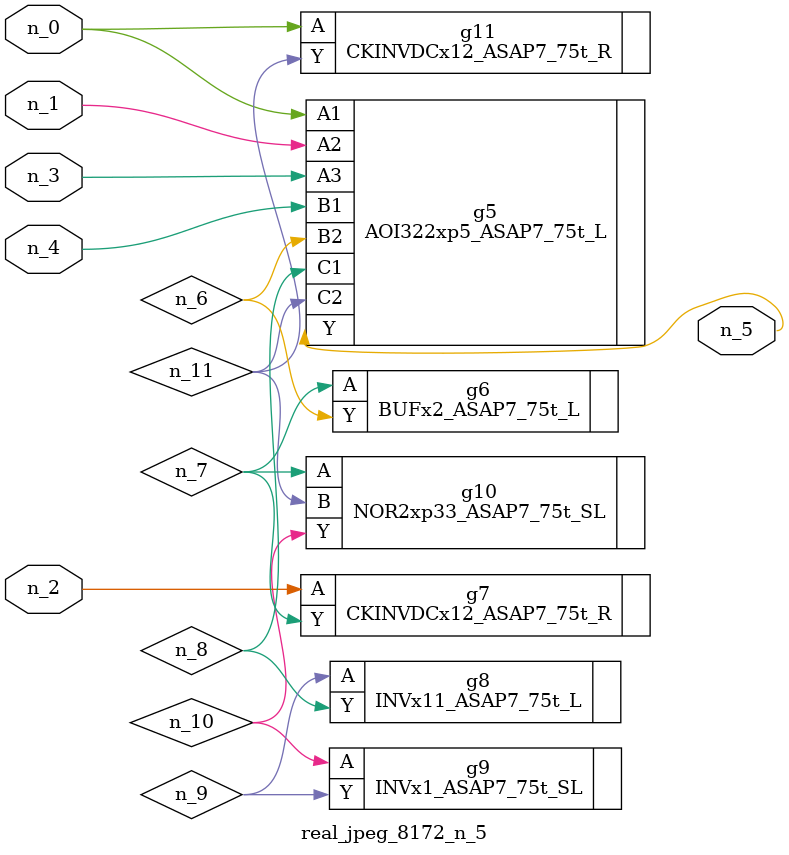
<source format=v>
module real_jpeg_8172_n_5 (n_4, n_0, n_1, n_2, n_3, n_5);

input n_4;
input n_0;
input n_1;
input n_2;
input n_3;

output n_5;

wire n_8;
wire n_11;
wire n_6;
wire n_7;
wire n_10;
wire n_9;

AOI322xp5_ASAP7_75t_L g5 ( 
.A1(n_0),
.A2(n_1),
.A3(n_3),
.B1(n_4),
.B2(n_6),
.C1(n_8),
.C2(n_11),
.Y(n_5)
);

CKINVDCx12_ASAP7_75t_R g11 ( 
.A(n_0),
.Y(n_11)
);

CKINVDCx12_ASAP7_75t_R g7 ( 
.A(n_2),
.Y(n_7)
);

BUFx2_ASAP7_75t_L g6 ( 
.A(n_7),
.Y(n_6)
);

NOR2xp33_ASAP7_75t_SL g10 ( 
.A(n_7),
.B(n_11),
.Y(n_10)
);

INVx11_ASAP7_75t_L g8 ( 
.A(n_9),
.Y(n_8)
);

INVx1_ASAP7_75t_SL g9 ( 
.A(n_10),
.Y(n_9)
);


endmodule
</source>
